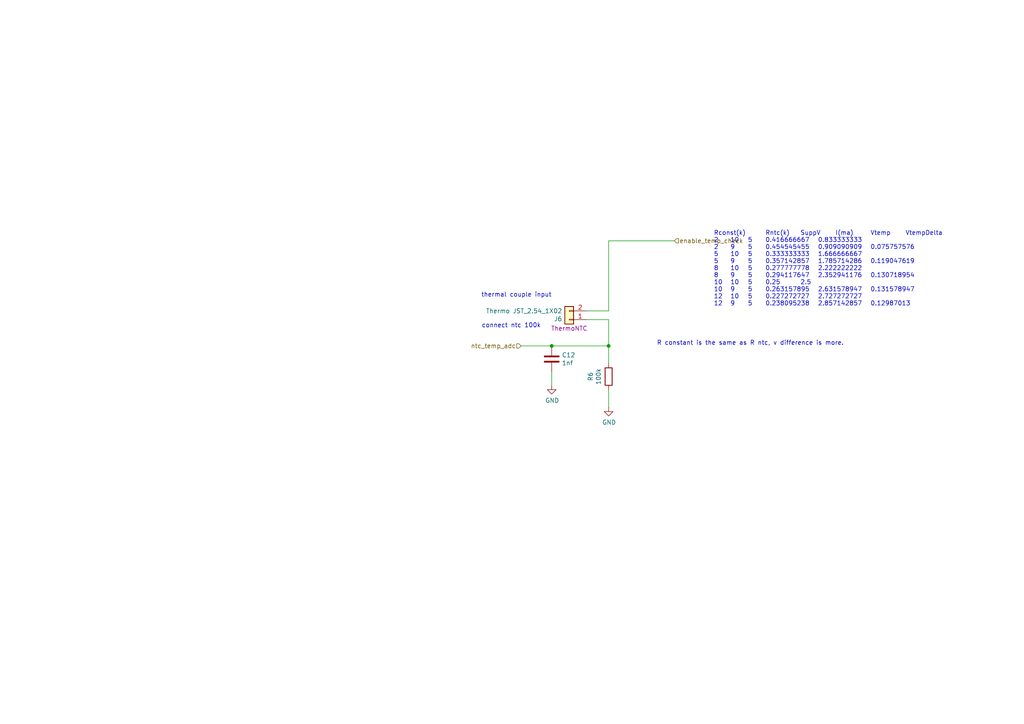
<source format=kicad_sch>
(kicad_sch (version 20211123) (generator eeschema)
  (paper "A4")
  (lib_symbols
    (symbol "Connector_Generic:Conn_01x02" (pin_names (offset 1.016) hide)
      (property "Reference" "J" (at 0 2.54 0))
      (property "Value" "Conn_01x02" (at 0 -5.08 0))
      (symbol "Conn_01x02_1_1"
        (rectangle (start -1.27 -2.413) (end 0 -2.667) (stroke (width 0.1524)))
        (rectangle (start -1.27 0.127) (end 0 -0.127) (stroke (width 0.1524)))
        (rectangle (start -1.27 1.27) (end 1.27 -3.81) (stroke (width 0.254)) (fill (type background)))
        (pin passive line (at -5.08 0 0) (length 3.81) (name "Pin_1") (number "1"))
        (pin passive line (at -5.08 -2.54 0) (length 3.81) (name "Pin_2") (number "2"))
      )
    )
    (symbol "Device:C" (pin_numbers hide) (pin_names (offset 0.254))
      (property "Reference" "C" (at 0.635 2.54 0))
      (property "Value" "C" (at 0.635 -2.54 0))
      (symbol "C_0_1"
        (polyline (pts (xy -2.032 -0.762) (xy 2.032 -0.762)) (stroke (width 0.508)))
        (polyline (pts (xy -2.032 0.762) (xy 2.032 0.762)) (stroke (width 0.508)))
      )
      (symbol "C_1_1"
        (pin passive line (at 0 3.81 270) (length 2.794) (name "~") (number "1"))
        (pin passive line (at 0 -3.81 90) (length 2.794) (name "~") (number "2"))
      )
    )
    (symbol "Device:R" (pin_numbers hide) (pin_names (offset 0))
      (property "Reference" "R" (at 2.032 0 90))
      (property "Value" "R" (at 0 0 90))
      (symbol "R_0_1"
        (rectangle (start -1.016 -2.54) (end 1.016 2.54) (stroke (width 0.254)))
      )
      (symbol "R_1_1"
        (pin passive line (at 0 3.81 270) (length 1.27) (name "~") (number "1"))
        (pin passive line (at 0 -3.81 90) (length 1.27) (name "~") (number "2"))
      )
    )
    (symbol "power:GND" (power) (pin_names (offset 0))
      (property "Value" "GND" (at 0 -3.81 0))
      (symbol "GND_0_1"
        (polyline (pts (xy 0 0) (xy 0 -1.27) (xy 1.27 -1.27) (xy 0 -2.54) (xy -1.27 -1.27) (xy 0 -1.27)))
      )
      (symbol "GND_1_1"
        (pin power_in line (at 0 0 270) (length 0) hide (name "GND") (number "1"))
      )
    )
  )
  (junction (at 176.53 100.33))
  (junction (at 160.02 100.33))
  (wire (pts (xy 176.53 69.85) (xy 195.58 69.85)))
  (wire (pts (xy 176.53 100.33) (xy 176.53 105.41)))
  (wire (pts (xy 176.53 69.85) (xy 176.53 90.17)))
  (wire (pts (xy 176.53 113.03) (xy 176.53 118.11)))
  (wire (pts (xy 176.53 92.71) (xy 176.53 100.33)))
  (wire (pts (xy 160.02 107.95) (xy 160.02 111.76)))
  (wire (pts (xy 170.18 90.17) (xy 176.53 90.17)))
  (wire (pts (xy 160.02 100.33) (xy 176.53 100.33)))
  (wire (pts (xy 151.13 100.33) (xy 160.02 100.33)))
  (wire (pts (xy 176.53 92.71) (xy 170.18 92.71)))
  (text "R constant is the same as R ntc, v difference is more." (at 190.5 100.33 0) (effects (font (size 1.27 1.27)) (justify left bottom)))
  (text "Rconst(k)	Rntc(k)	SuppV	I(ma)	Vtemp	VtempDelta\n2	10	5	0.416666667	0.833333333	\n2	9	5	0.454545455	0.909090909	0.075757576\n5	10	5	0.333333333	1.666666667	\n5	9	5	0.357142857	1.785714286	0.119047619\n8	10	5	0.277777778	2.222222222	\n8	9	5	0.294117647	2.352941176	0.130718954\n10	10	5	0.25	2.5	\n10	9	5	0.263157895	2.631578947	0.131578947\n12	10	5	0.227272727	2.727272727	\n12	9	5	0.238095238	2.857142857	0.12987013\n" (at 207.01 88.9 0) (effects (font (size 1.27 1.27)) (justify left bottom)))
  (text "connect ntc 100k" (at 139.7 95.25 0) (effects (font (size 1.27 1.27)) (justify left bottom)))
  (text "thermal couple input" (at 160.02 86.36 180) (effects (font (size 1.27 1.27)) (justify right bottom)))
  (hierarchical_label "ntc_temp_adc" (shape input) (at 151.13 100.33 180))
  (hierarchical_label "enable_temp_check" (shape input) (at 195.58 69.85 0))
  (symbol (lib_id "Device:R") (at 176.53 109.22 0) (unit 1)
    (property "Reference" "R6" (at 171.2722 109.22 90))
    (property "Value" "100k" (at 173.5836 109.22 90))
    (property "Footprint" "myFootPrintLibs:R_C_0805_2012Metric_Pad1.20x1.50mm_HandSolder" (effects hide))
  )
  (symbol (lib_id "Connector_Generic:Conn_01x02") (at 165.1 92.71 180) (unit 1)
    (property "Reference" "J6" (at 163.068 92.5068 0) (effects (justify left)))
    (property "Value" "Thermo JST_2.54_1X02" (at 163.068 90.1954 0) (effects (justify left)))
    (property "Footprint" "myFootPrintLibs:Molex_KK-254_1x02_P2.54mm_Vertical_order" (effects hide))
    (property "Field4" "ThermoNTC" (at 165.1 95.25 0))
  )
  (symbol (lib_id "Device:C") (at 160.02 104.14 0) (unit 1)
    (property "Reference" "C12" (at 162.941 102.9716 0) (effects (justify left)))
    (property "Value" "1nf" (at 162.941 105.283 0) (effects (justify left)))
    (property "Footprint" "myFootPrintLibs:R_C_0805_2012Metric_Pad1.20x1.50mm_HandSolder" (effects hide))
  )
  (symbol (lib_id "power:GND") (at 176.53 118.11 0) (unit 1)
    (property "Reference" "#PWR021" (effects hide))
    (property "Value" "GND" (at 176.657 122.5042 0))
  )
  (symbol (lib_id "power:GND") (at 160.02 111.76 0) (unit 1)
    (property "Reference" "#PWR020" (effects hide))
    (property "Value" "GND" (at 160.147 116.1542 0))
  )
)
</source>
